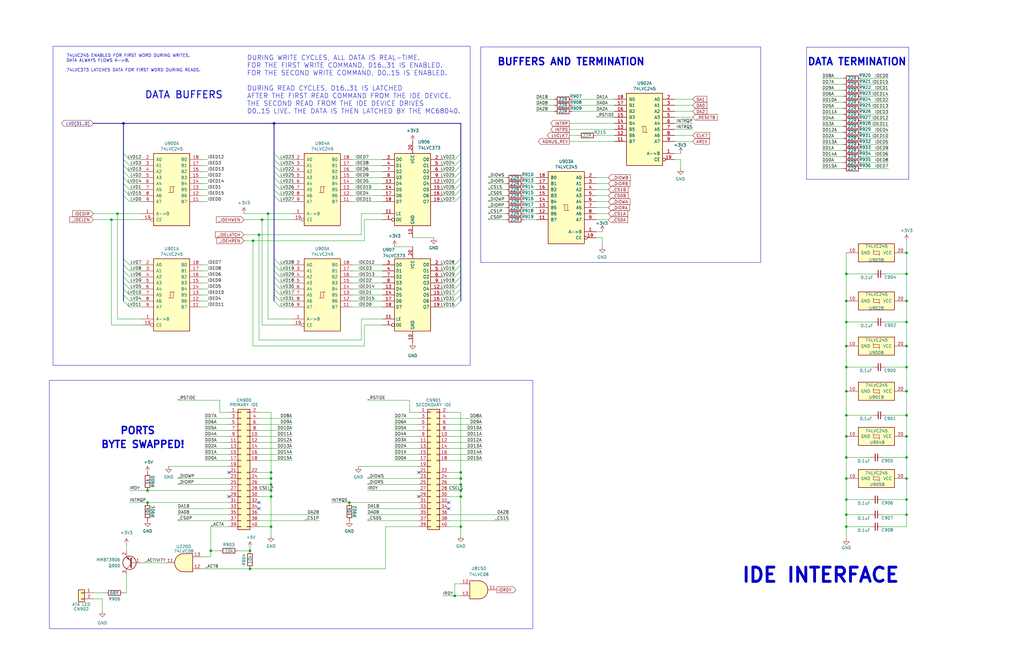
<source format=kicad_sch>
(kicad_sch (version 20231120) (generator "eeschema") (generator_version "8.0")
  (paper "B")
  (title_block (title "AMIGA PCI") (date "2025-03-31") (rev "5.1"))
  (junction (at 356.87 175.26))
  (junction (at 356.87 127))
  (junction (at 109.22 99.06))
  (junction (at 194.31 209.55))
  (junction (at 191.77 251.46))
  (junction (at 115.57 52.07))
  (junction (at 356.87 115.57))
  (junction (at 356.87 146.05))
  (junction (at 356.87 193.04))
  (junction (at 356.87 165.1))
  (junction (at 46.99 92.71))
  (junction (at 88.9 232.41))
  (junction (at 356.87 135.89))
  (junction (at 114.3 209.55))
  (junction (at 62.23 212.09))
  (junction (at 382.27 193.04))
  (junction (at 356.87 210.82))
  (junction (at 105.41 232.41))
  (junction (at 194.31 207.01))
  (junction (at 114.3 199.39))
  (junction (at 382.27 201.93))
  (junction (at 382.27 165.1))
  (junction (at 356.87 154.94))
  (junction (at 62.23 207.01))
  (junction (at 356.87 184.15))
  (junction (at 52.07 52.07))
  (junction (at 194.31 201.93))
  (junction (at 356.87 217.17))
  (junction (at 147.32 212.09))
  (junction (at 382.27 154.94))
  (junction (at 49.53 90.17))
  (junction (at 114.3 201.93))
  (junction (at 382.27 127))
  (junction (at 382.27 146.05))
  (junction (at 114.3 222.25))
  (junction (at 194.31 204.47))
  (junction (at 106.68 101.6))
  (junction (at 114.3 204.47))
  (junction (at 382.27 175.26))
  (junction (at 382.27 135.89))
  (junction (at 194.31 222.25))
  (junction (at 382.27 210.82))
  (junction (at 356.87 222.25))
  (junction (at 356.87 201.93))
  (junction (at 382.27 106.68))
  (junction (at 110.49 92.71))
  (junction (at 114.3 207.01))
  (junction (at 382.27 184.15))
  (junction (at 194.31 199.39))
  (junction (at 382.27 115.57))
  (junction (at 113.03 90.17))
  (junction (at 105.41 240.03))
  (junction (at 382.27 217.17))
  (no_connect (at 109.22 212.09))
  (no_connect (at 109.22 214.63))
  (no_connect (at 176.53 199.39))
  (no_connect (at 189.23 214.63))
  (no_connect (at 189.23 212.09))
  (no_connect (at 96.52 199.39))
  (no_connect (at 176.53 209.55))
  (no_connect (at 96.52 209.55))
  (bus_entry (at 194.31 121.92) (size -2.54 2.54))
  (bus_entry (at 194.31 114.3) (size -2.54 2.54))
  (bus_entry (at 115.57 80.01) (size 2.54 2.54))
  (bus_entry (at 194.31 119.38) (size -2.54 2.54))
  (bus_entry (at 194.31 64.77) (size -2.54 2.54))
  (bus_entry (at 52.07 127) (size 2.54 2.54))
  (bus_entry (at 115.57 124.46) (size 2.54 2.54))
  (bus_entry (at 194.31 116.84) (size -2.54 2.54))
  (bus_entry (at 115.57 82.55) (size 2.54 2.54))
  (bus_entry (at 52.07 72.39) (size 2.54 2.54))
  (bus_entry (at 52.07 114.3) (size 2.54 2.54))
  (bus_entry (at 52.07 121.92) (size 2.54 2.54))
  (bus_entry (at 52.07 119.38) (size 2.54 2.54))
  (bus_entry (at 194.31 67.31) (size -2.54 2.54))
  (bus_entry (at 115.57 127) (size 2.54 2.54))
  (bus_entry (at 115.57 116.84) (size 2.54 2.54))
  (bus_entry (at 52.07 77.47) (size 2.54 2.54))
  (bus_entry (at 194.31 74.93) (size -2.54 2.54))
  (bus_entry (at 115.57 121.92) (size 2.54 2.54))
  (bus_entry (at 52.07 111.76) (size 2.54 2.54))
  (bus_entry (at 194.31 109.22) (size -2.54 2.54))
  (bus_entry (at 52.07 64.77) (size 2.54 2.54))
  (bus_entry (at 115.57 119.38) (size 2.54 2.54))
  (bus_entry (at 194.31 72.39) (size -2.54 2.54))
  (bus_entry (at 115.57 72.39) (size 2.54 2.54))
  (bus_entry (at 115.57 64.77) (size 2.54 2.54))
  (bus_entry (at 194.31 69.85) (size -2.54 2.54))
  (bus_entry (at 115.57 77.47) (size 2.54 2.54))
  (bus_entry (at 115.57 69.85) (size 2.54 2.54))
  (bus_entry (at 115.57 74.93) (size 2.54 2.54))
  (bus_entry (at 115.57 114.3) (size 2.54 2.54))
  (bus_entry (at 194.31 77.47) (size -2.54 2.54))
  (bus_entry (at 52.07 109.22) (size 2.54 2.54))
  (bus_entry (at 194.31 127) (size -2.54 2.54))
  (bus_entry (at 194.31 124.46) (size -2.54 2.54))
  (bus_entry (at 52.07 116.84) (size 2.54 2.54))
  (bus_entry (at 52.07 67.31) (size 2.54 2.54))
  (bus_entry (at 52.07 74.93) (size 2.54 2.54))
  (bus_entry (at 52.07 80.01) (size 2.54 2.54))
  (bus_entry (at 115.57 67.31) (size 2.54 2.54))
  (bus_entry (at 194.31 82.55) (size -2.54 2.54))
  (bus_entry (at 194.31 111.76) (size -2.54 2.54))
  (bus_entry (at 52.07 82.55) (size 2.54 2.54))
  (bus_entry (at 194.31 80.01) (size -2.54 2.54))
  (bus_entry (at 52.07 124.46) (size 2.54 2.54))
  (bus_entry (at 115.57 109.22) (size 2.54 2.54))
  (bus_entry (at 115.57 111.76) (size 2.54 2.54))
  (bus_entry (at 52.07 69.85) (size 2.54 2.54))
  (wire (pts (xy 363.22 33.02) (xy 374.65 33.02)))
  (wire (pts (xy 251.46 49.53) (xy 259.08 49.53)))
  (wire (pts (xy 118.11 127) (xy 123.19 127)))
  (wire (pts (xy 54.61 74.93) (xy 59.69 74.93)))
  (wire (pts (xy 191.77 127) (xy 186.69 127)))
  (wire (pts (xy 241.3 46.99) (xy 259.08 46.99)))
  (wire (pts (xy 220.98 85.09) (xy 226.06 85.09)))
  (wire (pts (xy 86.36 189.23) (xy 96.52 189.23)))
  (wire (pts (xy 220.98 74.93) (xy 226.06 74.93)))
  (wire (pts (xy 189.23 191.77) (xy 203.2 191.77)))
  (wire (pts (xy 54.61 72.39) (xy 59.69 72.39)))
  (bus (pts (xy 52.07 52.07) (xy 39.37 52.07)))
  (wire (pts (xy 382.27 154.94) (xy 382.27 165.1)))
  (wire (pts (xy 54.61 119.38) (xy 59.69 119.38)))
  (wire (pts (xy 87.63 67.31) (xy 85.09 67.31)))
  (wire (pts (xy 191.77 69.85) (xy 186.69 69.85)))
  (wire (pts (xy 356.87 227.33) (xy 356.87 222.25)))
  (wire (pts (xy 118.11 69.85) (xy 123.19 69.85)))
  (wire (pts (xy 151.13 196.85) (xy 176.53 196.85)))
  (wire (pts (xy 87.63 72.39) (xy 85.09 72.39)))
  (bus (pts (xy 194.31 111.76) (xy 194.31 114.3)))
  (wire (pts (xy 240.03 52.07) (xy 259.08 52.07)))
  (wire (pts (xy 49.53 134.62) (xy 59.69 134.62)))
  (wire (pts (xy 382.27 115.57) (xy 373.38 115.57)))
  (wire (pts (xy 87.63 69.85) (xy 85.09 69.85)))
  (wire (pts (xy 363.22 38.1) (xy 374.65 38.1)))
  (wire (pts (xy 251.46 85.09) (xy 256.54 85.09)))
  (wire (pts (xy 86.36 176.53) (xy 96.52 176.53)))
  (wire (pts (xy 356.87 217.17) (xy 356.87 210.82)))
  (wire (pts (xy 226.06 46.99) (xy 233.68 46.99)))
  (bus (pts (xy 115.57 77.47) (xy 115.57 74.93)))
  (bus (pts (xy 194.31 114.3) (xy 194.31 116.84)))
  (wire (pts (xy 173.99 100.33) (xy 182.88 100.33)))
  (bus (pts (xy 115.57 124.46) (xy 115.57 127)))
  (wire (pts (xy 372.11 210.82) (xy 382.27 210.82)))
  (wire (pts (xy 241.3 44.45) (xy 259.08 44.45)))
  (bus (pts (xy 52.07 64.77) (xy 52.07 52.07)))
  (wire (pts (xy 87.63 116.84) (xy 85.09 116.84)))
  (bus (pts (xy 115.57 82.55) (xy 115.57 109.22)))
  (wire (pts (xy 74.93 219.71) (xy 96.52 219.71)))
  (wire (pts (xy 102.87 90.17) (xy 113.03 90.17)))
  (wire (pts (xy 356.87 201.93) (xy 356.87 210.82)))
  (wire (pts (xy 368.3 135.89) (xy 356.87 135.89)))
  (wire (pts (xy 346.71 35.56) (xy 355.6 35.56)))
  (bus (pts (xy 52.07 52.07) (xy 115.57 52.07)))
  (wire (pts (xy 118.11 74.93) (xy 123.19 74.93)))
  (bus (pts (xy 115.57 69.85) (xy 115.57 67.31)))
  (wire (pts (xy 284.48 54.61) (xy 292.1 54.61)))
  (wire (pts (xy 86.36 181.61) (xy 96.52 181.61)))
  (wire (pts (xy 363.22 40.64) (xy 374.65 40.64)))
  (wire (pts (xy 189.23 176.53) (xy 203.2 176.53)))
  (wire (pts (xy 191.77 85.09) (xy 186.69 85.09)))
  (wire (pts (xy 118.11 80.01) (xy 123.19 80.01)))
  (wire (pts (xy 205.74 77.47) (xy 213.36 77.47)))
  (wire (pts (xy 88.9 222.25) (xy 96.52 222.25)))
  (wire (pts (xy 118.11 124.46) (xy 123.19 124.46)))
  (wire (pts (xy 96.52 173.99) (xy 92.71 173.99)))
  (wire (pts (xy 191.77 246.38) (xy 191.77 251.46)))
  (wire (pts (xy 191.77 116.84) (xy 186.69 116.84)))
  (wire (pts (xy 166.37 184.15) (xy 176.53 184.15)))
  (wire (pts (xy 109.22 209.55) (xy 114.3 209.55)))
  (wire (pts (xy 382.27 146.05) (xy 382.27 154.94)))
  (wire (pts (xy 86.36 179.07) (xy 96.52 179.07)))
  (bus (pts (xy 115.57 114.3) (xy 115.57 116.84)))
  (wire (pts (xy 113.03 134.62) (xy 113.03 90.17)))
  (wire (pts (xy 148.59 119.38) (xy 161.29 119.38)))
  (bus (pts (xy 52.07 109.22) (xy 52.07 111.76)))
  (wire (pts (xy 109.22 201.93) (xy 114.3 201.93)))
  (wire (pts (xy 54.61 77.47) (xy 59.69 77.47)))
  (wire (pts (xy 39.37 252.73) (xy 43.18 252.73)))
  (wire (pts (xy 86.36 186.69) (xy 96.52 186.69)))
  (wire (pts (xy 114.3 209.55) (xy 114.3 222.25)))
  (wire (pts (xy 49.53 90.17) (xy 59.69 90.17)))
  (wire (pts (xy 109.22 184.15) (xy 123.19 184.15)))
  (wire (pts (xy 166.37 104.14) (xy 173.99 104.14)))
  (wire (pts (xy 152.4 99.06) (xy 109.22 99.06)))
  (wire (pts (xy 251.46 74.93) (xy 256.54 74.93)))
  (wire (pts (xy 54.61 114.3) (xy 59.69 114.3)))
  (wire (pts (xy 284.48 41.91) (xy 292.1 41.91)))
  (wire (pts (xy 148.59 129.54) (xy 161.29 129.54)))
  (wire (pts (xy 148.59 111.76) (xy 161.29 111.76)))
  (wire (pts (xy 71.12 196.85) (xy 96.52 196.85)))
  (wire (pts (xy 109.22 173.99) (xy 114.3 173.99)))
  (wire (pts (xy 356.87 106.68) (xy 356.87 115.57)))
  (wire (pts (xy 346.71 66.04) (xy 355.6 66.04)))
  (wire (pts (xy 118.11 67.31) (xy 123.19 67.31)))
  (bus (pts (xy 52.07 74.93) (xy 52.07 72.39)))
  (wire (pts (xy 382.27 101.6) (xy 382.27 106.68)))
  (wire (pts (xy 363.22 50.8) (xy 374.65 50.8)))
  (bus (pts (xy 52.07 69.85) (xy 52.07 67.31)))
  (wire (pts (xy 161.29 134.62) (xy 152.4 134.62)))
  (wire (pts (xy 166.37 194.31) (xy 176.53 194.31)))
  (wire (pts (xy 189.23 201.93) (xy 194.31 201.93)))
  (wire (pts (xy 161.29 137.16) (xy 153.67 137.16)))
  (wire (pts (xy 346.71 45.72) (xy 355.6 45.72)))
  (wire (pts (xy 189.23 179.07) (xy 203.2 179.07)))
  (wire (pts (xy 191.77 74.93) (xy 186.69 74.93)))
  (wire (pts (xy 74.93 204.47) (xy 96.52 204.47)))
  (wire (pts (xy 153.67 146.05) (xy 106.68 146.05)))
  (wire (pts (xy 86.36 184.15) (xy 96.52 184.15)))
  (wire (pts (xy 251.46 97.79) (xy 254 97.79)))
  (wire (pts (xy 59.69 137.16) (xy 46.99 137.16)))
  (bus (pts (xy 52.07 82.55) (xy 52.07 80.01)))
  (bus (pts (xy 194.31 119.38) (xy 194.31 121.92)))
  (wire (pts (xy 382.27 193.04) (xy 382.27 201.93)))
  (wire (pts (xy 106.68 101.6) (xy 153.67 101.6)))
  (wire (pts (xy 54.61 121.92) (xy 59.69 121.92)))
  (bus (pts (xy 115.57 67.31) (xy 115.57 64.77)))
  (wire (pts (xy 109.22 194.31) (xy 123.19 194.31)))
  (wire (pts (xy 85.09 240.03) (xy 105.41 240.03)))
  (bus (pts (xy 115.57 119.38) (xy 115.57 121.92)))
  (wire (pts (xy 109.22 99.06) (xy 102.87 99.06)))
  (bus (pts (xy 194.31 121.92) (xy 194.31 124.46)))
  (bus (pts (xy 194.31 82.55) (xy 194.31 109.22)))
  (wire (pts (xy 189.23 189.23) (xy 203.2 189.23)))
  (wire (pts (xy 118.11 114.3) (xy 123.19 114.3)))
  (wire (pts (xy 226.06 41.91) (xy 233.68 41.91)))
  (wire (pts (xy 100.33 232.41) (xy 105.41 232.41)))
  (wire (pts (xy 105.41 240.03) (xy 162.56 240.03)))
  (wire (pts (xy 191.77 111.76) (xy 186.69 111.76)))
  (wire (pts (xy 148.59 77.47) (xy 161.29 77.47)))
  (wire (pts (xy 205.74 82.55) (xy 213.36 82.55)))
  (wire (pts (xy 346.71 33.02) (xy 355.6 33.02)))
  (wire (pts (xy 166.37 186.69) (xy 176.53 186.69)))
  (wire (pts (xy 191.77 82.55) (xy 186.69 82.55)))
  (wire (pts (xy 240.03 57.15) (xy 243.84 57.15)))
  (wire (pts (xy 166.37 189.23) (xy 176.53 189.23)))
  (wire (pts (xy 153.67 137.16) (xy 153.67 146.05)))
  (wire (pts (xy 194.31 207.01) (xy 194.31 209.55)))
  (wire (pts (xy 109.22 181.61) (xy 123.19 181.61)))
  (wire (pts (xy 372.11 217.17) (xy 382.27 217.17)))
  (wire (pts (xy 356.87 146.05) (xy 356.87 154.94)))
  (wire (pts (xy 148.59 85.09) (xy 161.29 85.09)))
  (wire (pts (xy 162.56 222.25) (xy 176.53 222.25)))
  (wire (pts (xy 166.37 181.61) (xy 176.53 181.61)))
  (wire (pts (xy 152.4 134.62) (xy 152.4 143.51)))
  (wire (pts (xy 118.11 119.38) (xy 123.19 119.38)))
  (wire (pts (xy 54.61 111.76) (xy 59.69 111.76)))
  (wire (pts (xy 60.96 237.49) (xy 69.85 237.49)))
  (wire (pts (xy 118.11 72.39) (xy 123.19 72.39)))
  (wire (pts (xy 87.63 111.76) (xy 85.09 111.76)))
  (wire (pts (xy 87.63 129.54) (xy 85.09 129.54)))
  (wire (pts (xy 191.77 124.46) (xy 186.69 124.46)))
  (wire (pts (xy 194.31 222.25) (xy 194.31 226.06)))
  (wire (pts (xy 43.18 252.73) (xy 43.18 257.81)))
  (wire (pts (xy 382.27 201.93) (xy 382.27 210.82)))
  (wire (pts (xy 205.74 85.09) (xy 213.36 85.09)))
  (wire (pts (xy 284.48 46.99) (xy 292.1 46.99)))
  (wire (pts (xy 54.61 207.01) (xy 62.23 207.01)))
  (wire (pts (xy 148.59 124.46) (xy 161.29 124.46)))
  (wire (pts (xy 363.22 71.12) (xy 374.65 71.12)))
  (bus (pts (xy 194.31 80.01) (xy 194.31 77.47)))
  (wire (pts (xy 284.48 44.45) (xy 292.1 44.45)))
  (wire (pts (xy 240.03 59.69) (xy 259.08 59.69)))
  (bus (pts (xy 52.07 114.3) (xy 52.07 116.84)))
  (wire (pts (xy 105.41 231.14) (xy 105.41 232.41)))
  (wire (pts (xy 54.61 116.84) (xy 59.69 116.84)))
  (wire (pts (xy 88.9 234.95) (xy 88.9 232.41)))
  (bus (pts (xy 52.07 124.46) (xy 52.07 127)))
  (wire (pts (xy 251.46 87.63) (xy 256.54 87.63)))
  (wire (pts (xy 74.93 214.63) (xy 96.52 214.63)))
  (bus (pts (xy 52.07 116.84) (xy 52.07 119.38)))
  (bus (pts (xy 194.31 109.22) (xy 194.31 111.76)))
  (wire (pts (xy 284.48 52.07) (xy 292.1 52.07)))
  (wire (pts (xy 382.27 184.15) (xy 382.27 193.04)))
  (wire (pts (xy 363.22 43.18) (xy 374.65 43.18)))
  (wire (pts (xy 153.67 101.6) (xy 153.67 92.71)))
  (wire (pts (xy 53.34 229.87) (xy 53.34 232.41)))
  (wire (pts (xy 382.27 106.68) (xy 382.27 115.57)))
  (wire (pts (xy 284.48 64.77) (xy 287.02 64.77)))
  (wire (pts (xy 346.71 53.34) (xy 355.6 53.34)))
  (wire (pts (xy 356.87 127) (xy 356.87 135.89)))
  (wire (pts (xy 54.61 127) (xy 59.69 127)))
  (wire (pts (xy 154.94 201.93) (xy 176.53 201.93)))
  (wire (pts (xy 74.93 201.93) (xy 96.52 201.93)))
  (wire (pts (xy 166.37 179.07) (xy 176.53 179.07)))
  (wire (pts (xy 194.31 246.38) (xy 191.77 246.38)))
  (wire (pts (xy 373.38 175.26) (xy 382.27 175.26)))
  (wire (pts (xy 346.71 40.64) (xy 355.6 40.64)))
  (wire (pts (xy 346.71 58.42) (xy 355.6 58.42)))
  (wire (pts (xy 191.77 114.3) (xy 186.69 114.3)))
  (wire (pts (xy 356.87 115.57) (xy 356.87 127)))
  (bus (pts (xy 115.57 80.01) (xy 115.57 77.47)))
  (wire (pts (xy 154.94 168.91) (xy 172.72 168.91)))
  (wire (pts (xy 152.4 143.51) (xy 109.22 143.51)))
  (bus (pts (xy 194.31 116.84) (xy 194.31 119.38)))
  (wire (pts (xy 367.03 210.82) (xy 356.87 210.82)))
  (wire (pts (xy 191.77 72.39) (xy 186.69 72.39)))
  (wire (pts (xy 205.74 90.17) (xy 213.36 90.17)))
  (bus (pts (xy 115.57 111.76) (xy 115.57 114.3)))
  (wire (pts (xy 189.23 184.15) (xy 203.2 184.15)))
  (wire (pts (xy 109.22 207.01) (xy 114.3 207.01)))
  (wire (pts (xy 346.71 60.96) (xy 355.6 60.96)))
  (wire (pts (xy 241.3 41.91) (xy 259.08 41.91)))
  (wire (pts (xy 363.22 53.34) (xy 374.65 53.34)))
  (wire (pts (xy 54.61 85.09) (xy 59.69 85.09)))
  (wire (pts (xy 52.07 250.19) (xy 53.34 250.19)))
  (wire (pts (xy 148.59 127) (xy 161.29 127)))
  (bus (pts (xy 194.31 82.55) (xy 194.31 80.01)))
  (wire (pts (xy 189.23 207.01) (xy 194.31 207.01)))
  (wire (pts (xy 62.23 212.09) (xy 96.52 212.09)))
  (bus (pts (xy 115.57 52.07) (xy 194.31 52.07)))
  (wire (pts (xy 87.63 82.55) (xy 85.09 82.55)))
  (wire (pts (xy 356.87 154.94) (xy 356.87 165.1)))
  (wire (pts (xy 189.23 186.69) (xy 203.2 186.69)))
  (wire (pts (xy 154.94 219.71) (xy 176.53 219.71)))
  (wire (pts (xy 114.3 201.93) (xy 114.3 204.47)))
  (wire (pts (xy 109.22 186.69) (xy 123.19 186.69)))
  (wire (pts (xy 87.63 80.01) (xy 85.09 80.01)))
  (wire (pts (xy 189.23 199.39) (xy 194.31 199.39)))
  (wire (pts (xy 205.74 92.71) (xy 213.36 92.71)))
  (wire (pts (xy 114.3 204.47) (xy 114.3 207.01)))
  (wire (pts (xy 152.4 90.17) (xy 152.4 99.06)))
  (wire (pts (xy 54.61 67.31) (xy 59.69 67.31)))
  (bus (pts (xy 115.57 64.77) (xy 115.57 52.07)))
  (wire (pts (xy 110.49 137.16) (xy 110.49 92.71)))
  (wire (pts (xy 382.27 115.57) (xy 382.27 127)))
  (wire (pts (xy 363.22 55.88) (xy 374.65 55.88)))
  (bus (pts (xy 194.31 72.39) (xy 194.31 69.85)))
  (wire (pts (xy 87.63 127) (xy 85.09 127)))
  (wire (pts (xy 154.94 214.63) (xy 176.53 214.63)))
  (bus (pts (xy 194.31 74.93) (xy 194.31 72.39)))
  (wire (pts (xy 191.77 67.31) (xy 186.69 67.31)))
  (wire (pts (xy 346.71 55.88) (xy 355.6 55.88)))
  (wire (pts (xy 54.61 124.46) (xy 59.69 124.46)))
  (wire (pts (xy 382.27 127) (xy 382.27 135.89)))
  (wire (pts (xy 92.71 173.99) (xy 92.71 168.91)))
  (wire (pts (xy 346.71 63.5) (xy 355.6 63.5)))
  (wire (pts (xy 284.48 57.15) (xy 292.1 57.15)))
  (wire (pts (xy 346.71 71.12) (xy 355.6 71.12)))
  (wire (pts (xy 189.23 209.55) (xy 194.31 209.55)))
  (wire (pts (xy 114.3 207.01) (xy 114.3 209.55)))
  (wire (pts (xy 118.11 121.92) (xy 123.19 121.92)))
  (wire (pts (xy 53.34 250.19) (xy 53.34 242.57)))
  (wire (pts (xy 284.48 59.69) (xy 292.1 59.69)))
  (wire (pts (xy 39.37 92.71) (xy 46.99 92.71)))
  (wire (pts (xy 346.71 38.1) (xy 355.6 38.1)))
  (wire (pts (xy 46.99 137.16) (xy 46.99 92.71)))
  (bus (pts (xy 194.31 77.47) (xy 194.31 74.93)))
  (bus (pts (xy 194.31 67.31) (xy 194.31 64.77)))
  (wire (pts (xy 363.22 68.58) (xy 374.65 68.58)))
  (wire (pts (xy 346.71 68.58) (xy 355.6 68.58)))
  (wire (pts (xy 194.31 199.39) (xy 194.31 201.93)))
  (wire (pts (xy 382.27 217.17) (xy 382.27 222.25)))
  (wire (pts (xy 139.7 212.09) (xy 147.32 212.09)))
  (bus (pts (xy 52.07 72.39) (xy 52.07 69.85)))
  (wire (pts (xy 363.22 35.56) (xy 374.65 35.56)))
  (wire (pts (xy 148.59 67.31) (xy 161.29 67.31)))
  (bus (pts (xy 52.07 111.76) (xy 52.07 114.3)))
  (bus (pts (xy 52.07 82.55) (xy 52.07 109.22)))
  (wire (pts (xy 114.3 173.99) (xy 114.3 199.39)))
  (wire (pts (xy 85.09 234.95) (xy 88.9 234.95)))
  (wire (pts (xy 109.22 222.25) (xy 114.3 222.25)))
  (wire (pts (xy 382.27 175.26) (xy 382.27 184.15)))
  (wire (pts (xy 109.22 176.53) (xy 123.19 176.53)))
  (wire (pts (xy 62.23 207.01) (xy 96.52 207.01)))
  (wire (pts (xy 87.63 85.09) (xy 85.09 85.09)))
  (wire (pts (xy 113.03 90.17) (xy 123.19 90.17)))
  (wire (pts (xy 191.77 77.47) (xy 186.69 77.47)))
  (wire (pts (xy 226.06 44.45) (xy 233.68 44.45)))
  (wire (pts (xy 363.22 66.04) (xy 374.65 66.04)))
  (wire (pts (xy 109.22 204.47) (xy 114.3 204.47)))
  (wire (pts (xy 87.63 124.46) (xy 85.09 124.46)))
  (wire (pts (xy 220.98 77.47) (xy 226.06 77.47)))
  (wire (pts (xy 363.22 60.96) (xy 374.65 60.96)))
  (bus (pts (xy 52.07 77.47) (xy 52.07 74.93)))
  (wire (pts (xy 114.3 222.25) (xy 114.3 226.06)))
  (wire (pts (xy 118.11 111.76) (xy 123.19 111.76)))
  (wire (pts (xy 382.27 135.89) (xy 373.38 135.89)))
  (wire (pts (xy 118.11 77.47) (xy 123.19 77.47)))
  (wire (pts (xy 54.61 69.85) (xy 59.69 69.85)))
  (wire (pts (xy 220.98 92.71) (xy 226.06 92.71)))
  (wire (pts (xy 373.38 154.94) (xy 382.27 154.94)))
  (wire (pts (xy 148.59 80.01) (xy 161.29 80.01)))
  (wire (pts (xy 220.98 87.63) (xy 226.06 87.63)))
  (wire (pts (xy 109.22 179.07) (xy 123.19 179.07)))
  (wire (pts (xy 368.3 154.94) (xy 356.87 154.94)))
  (bus (pts (xy 194.31 124.46) (xy 194.31 127)))
  (wire (pts (xy 118.11 129.54) (xy 123.19 129.54)))
  (wire (pts (xy 367.03 222.25) (xy 356.87 222.25)))
  (wire (pts (xy 220.98 82.55) (xy 226.06 82.55)))
  (wire (pts (xy 191.77 251.46) (xy 194.31 251.46)))
  (wire (pts (xy 191.77 80.01) (xy 186.69 80.01)))
  (wire (pts (xy 87.63 114.3) (xy 85.09 114.3)))
  (bus (pts (xy 52.07 67.31) (xy 52.07 64.77)))
  (wire (pts (xy 220.98 80.01) (xy 226.06 80.01)))
  (wire (pts (xy 205.74 87.63) (xy 213.36 87.63)))
  (wire (pts (xy 220.98 90.17) (xy 226.06 90.17)))
  (wire (pts (xy 205.74 80.01) (xy 213.36 80.01)))
  (wire (pts (xy 287.02 67.31) (xy 284.48 67.31)))
  (bus (pts (xy 115.57 121.92) (xy 115.57 124.46)))
  (bus (pts (xy 115.57 82.55) (xy 115.57 80.01)))
  (wire (pts (xy 46.99 92.71) (xy 59.69 92.71)))
  (wire (pts (xy 87.63 119.38) (xy 85.09 119.38)))
  (wire (pts (xy 109.22 143.51) (xy 109.22 99.06)))
  (wire (pts (xy 189.23 204.47) (xy 194.31 204.47)))
  (wire (pts (xy 154.94 217.17) (xy 176.53 217.17)))
  (wire (pts (xy 162.56 240.03) (xy 162.56 222.25)))
  (wire (pts (xy 110.49 92.71) (xy 123.19 92.71)))
  (wire (pts (xy 189.23 173.99) (xy 194.31 173.99)))
  (bus (pts (xy 52.07 80.01) (xy 52.07 77.47)))
  (wire (pts (xy 382.27 135.89) (xy 382.27 146.05)))
  (wire (pts (xy 251.46 90.17) (xy 256.54 90.17)))
  (wire (pts (xy 189.23 181.61) (xy 203.2 181.61)))
  (bus (pts (xy 52.07 119.38) (xy 52.07 121.92)))
  (wire (pts (xy 191.77 119.38) (xy 186.69 119.38)))
  (wire (pts (xy 363.22 45.72) (xy 374.65 45.72)))
  (wire (pts (xy 147.32 212.09) (xy 176.53 212.09)))
  (wire (pts (xy 356.87 222.25) (xy 356.87 217.17)))
  (wire (pts (xy 194.31 204.47) (xy 194.31 207.01)))
  (wire (pts (xy 123.19 137.16) (xy 110.49 137.16)))
  (bus (pts (xy 115.57 72.39) (xy 115.57 69.85)))
  (wire (pts (xy 87.63 77.47) (xy 85.09 77.47)))
  (wire (pts (xy 363.22 58.42) (xy 374.65 58.42)))
  (wire (pts (xy 356.87 175.26) (xy 356.87 184.15)))
  (wire (pts (xy 382.27 210.82) (xy 382.27 217.17)))
  (wire (pts (xy 109.22 217.17) (xy 134.62 217.17)))
  (wire (pts (xy 240.03 54.61) (xy 259.08 54.61)))
  (wire (pts (xy 166.37 176.53) (xy 176.53 176.53)))
  (wire (pts (xy 194.31 173.99) (xy 194.31 199.39)))
  (wire (pts (xy 356.87 135.89) (xy 356.87 146.05)))
  (wire (pts (xy 251.46 77.47) (xy 256.54 77.47)))
  (wire (pts (xy 356.87 184.15) (xy 356.87 193.04)))
  (wire (pts (xy 189.23 222.25) (xy 194.31 222.25)))
  (wire (pts (xy 113.03 134.62) (xy 123.19 134.62)))
  (wire (pts (xy 189.23 217.17) (xy 214.63 217.17)))
  (wire (pts (xy 109.22 191.77) (xy 123.19 191.77)))
  (wire (pts (xy 172.72 173.99) (xy 172.72 168.91)))
  (wire (pts (xy 106.68 146.05) (xy 106.68 101.6)))
  (wire (pts (xy 367.03 217.17) (xy 356.87 217.17)))
  (wire (pts (xy 86.36 191.77) (xy 96.52 191.77)))
  (wire (pts (xy 109.22 199.39) (xy 114.3 199.39)))
  (wire (pts (xy 194.31 209.55) (xy 194.31 222.25)))
  (wire (pts (xy 166.37 191.77) (xy 176.53 191.77)))
  (wire (pts (xy 86.36 194.31) (xy 96.52 194.31)))
  (wire (pts (xy 194.31 201.93) (xy 194.31 204.47)))
  (wire (pts (xy 87.63 121.92) (xy 85.09 121.92)))
  (wire (pts (xy 39.37 250.19) (xy 44.45 250.19)))
  (wire (pts (xy 372.11 193.04) (xy 382.27 193.04)))
  (wire (pts (xy 251.46 92.71) (xy 256.54 92.71)))
  (wire (pts (xy 363.22 48.26) (xy 374.65 48.26)))
  (wire (pts (xy 186.69 251.46) (xy 191.77 251.46)))
  (wire (pts (xy 118.11 116.84) (xy 123.19 116.84)))
  (wire (pts (xy 109.22 189.23) (xy 123.19 189.23)))
  (wire (pts (xy 205.74 74.93) (xy 213.36 74.93)))
  (wire (pts (xy 356.87 165.1) (xy 356.87 175.26)))
  (wire (pts (xy 346.71 50.8) (xy 355.6 50.8)))
  (wire (pts (xy 382.27 165.1) (xy 382.27 175.26)))
  (wire (pts (xy 189.23 194.31) (xy 203.2 194.31)))
  (wire (pts (xy 118.11 85.09) (xy 123.19 85.09)))
  (wire (pts (xy 189.23 219.71) (xy 214.63 219.71)))
  (wire (pts (xy 148.59 82.55) (xy 161.29 82.55)))
  (wire (pts (xy 88.9 232.41) (xy 88.9 222.25)))
  (wire (pts (xy 148.59 72.39) (xy 161.29 72.39)))
  (bus (pts (xy 115.57 109.22) (xy 115.57 111.76)))
  (wire (pts (xy 154.94 204.47) (xy 176.53 204.47)))
  (wire (pts (xy 54.61 129.54) (xy 59.69 129.54)))
  (wire (pts (xy 148.59 114.3) (xy 161.29 114.3)))
  (wire (pts (xy 102.87 92.71) (xy 110.49 92.71)))
  (wire (pts (xy 363.22 63.5) (xy 374.65 63.5)))
  (wire (pts (xy 372.11 222.25) (xy 382.27 222.25)))
  (wire (pts (xy 88.9 232.41) (xy 92.71 232.41)))
  (wire (pts (xy 367.03 193.04) (xy 356.87 193.04)))
  (wire (pts (xy 153.67 92.71) (xy 161.29 92.71)))
  (wire (pts (xy 54.61 212.09) (xy 62.23 212.09)))
  (bus (pts (xy 52.07 121.92) (xy 52.07 124.46)))
  (bus (pts (xy 115.57 74.93) (xy 115.57 72.39)))
  (wire (pts (xy 287.02 67.31) (xy 287.02 71.12)))
  (wire (pts (xy 154.94 207.01) (xy 176.53 207.01)))
  (wire (pts (xy 368.3 175.26) (xy 356.87 175.26)))
  (wire (pts (xy 161.29 90.17) (xy 152.4 90.17)))
  (wire (pts (xy 148.59 74.93) (xy 161.29 74.93)))
  (wire (pts (xy 346.71 48.26) (xy 355.6 48.26)))
  (wire (pts (xy 148.59 121.92) (xy 161.29 121.92)))
  (wire (pts (xy 109.22 219.71) (xy 134.62 219.71)))
  (wire (pts (xy 254 100.33) (xy 251.46 100.33)))
  (wire (pts (xy 346.71 43.18) (xy 355.6 43.18)))
  (wire (pts (xy 356.87 193.04) (xy 356.87 201.93)))
  (bus (pts (xy 194.31 69.85) (xy 194.31 67.31)))
  (wire (pts (xy 284.48 49.53) (xy 292.1 49.53)))
  (wire (pts (xy 148.59 69.85) (xy 161.29 69.85)))
  (wire (pts (xy 39.37 90.17) (xy 49.53 90.17)))
  (wire (pts (xy 54.61 82.55) (xy 59.69 82.55)))
  (wire (pts (xy 191.77 121.92) (xy 186.69 121.92)))
  (wire (pts (xy 118.11 82.55) (xy 123.19 82.55)))
  (bus (pts (xy 115.57 116.84) (xy 115.57 119.38)))
  (wire (pts (xy 114.3 199.39) (xy 114.3 201.93)))
  (wire (pts (xy 74.93 168.91) (xy 92.71 168.91)))
  (wire (pts (xy 251.46 82.55) (xy 256.54 82.55)))
  (wire (pts (xy 254 100.33) (xy 254 104.14)))
  (wire (pts (xy 176.53 173.99) (xy 172.72 173.99)))
  (wire (pts (xy 54.61 80.01) (xy 59.69 80.01)))
  (wire (pts (xy 74.93 217.17) (xy 96.52 217.17)))
  (wire (pts (xy 49.53 134.62) (xy 49.53 90.17)))
  (wire (pts (xy 251.46 80.01) (xy 256.54 80.01)))
  (wire (pts (xy 191.77 129.54) (xy 186.69 129.54)))
  (wire (pts (xy 102.87 101.6) (xy 106.68 101.6)))
  (wire (pts (xy 251.46 57.15) (xy 259.08 57.15)))
  (wire (pts (xy 148.59 116.84) (xy 161.29 116.84)))
  (bus (pts (xy 194.31 64.77) (xy 194.31 52.07)))
  (wire (pts (xy 368.3 115.57) (xy 356.87 115.57)))
  (wire (pts (xy 87.63 74.93) (xy 85.09 74.93)))
  (rectangle (start 340.1 19.939) (end 383.2 75.7))
  (rectangle (start 202.692 19.812) (end 320.802 110.744))
  (rectangle (start 20.817 160.5) (end 224.7 265.296))
  (rectangle (start 22.352 19.558) (end 198.247 154.178))
  (text "PORTS" (at 50.546 183.642 0) (effects (font (size 3 3) (bold yes)) (justify left bottom)))
  (text "BUFFERS AND TERMINATION" (at 209.55 27.94 0) (effects (font (size 3 3) (bold yes)) (justify left bottom)))
  (text "DATA TERMINATION" (at 340.36 27.94 0) (effects (font (size 3 3) (thickness 0.6) (bold yes)) (justify left bottom)))
  (text "DATA BUFFERS" (at 60.96 41.91 0) (effects (font (size 3 3) (thickness 0.4) (bold yes)) (justify left bottom)))
  (text "74LVC245 ENABLED FOR FIRST WORD DURING WRITES.\nDATA ALWAYS FLOWS A->B.\n\n74LVC373 LATCHES DATA FOR FIRST WORD DURING READS." (at 27.94 30.48 0) (effects (font (size 1.27 1.27)) (justify left bottom)))
  (text "IDE INTERFACE" (at 312.42 246.38 0) (effects (font (size 6 6) (thickness 1.2) (bold yes)) (justify left bottom)))
  (text "BYTE SWAPPED!" (at 42.418 189.484 0) (effects (font (size 3 3) (thickness 0.6) (bold yes)) (justify left bottom)))
  (text "DURING WRITE CYCLES, ALL DATA IS REAL-TIME. \nFOR THE FIRST WRITE COMMAND, D16..31 IS ENABLED.\nFOR THE SECOND WRITE COMMAND, D0..15 IS ENABLED.\n\nDURING READ CYCLES, D16..31 IS LATCHED \nAFTER THE FIRST READ COMMAND FROM THE IDE DEVICE.\nTHE SECOND READ FROM THE IDE DEVICE DRIVES\nD0..15 LIVE. THE DATA IS THEN LATCHED BY THE MC68040." (at 104.14 48.26 0) (effects (font (size 2 2)) (justify left bottom)))
  (label "DD8A" (at 346.71 33.02 0))
  (label "DD12A" (at 203.2 186.69 180))
  (label "IRDY" (at 186.69 251.46 0))
  (label "_CS0S" (at 154.94 219.71 0))
  (label "LVD17" (at 118.11 124.46 0))
  (label "LVD20" (at 191.77 82.55 180))
  (label "IDED8" (at 87.63 114.3 0))
  (label "DD5A" (at 86.36 181.61 0))
  (label "IDED10" (at 149.86 80.01 0))
  (label "DD0A" (at 86.36 194.31 0))
  (label "LVD14" (at 59.69 77.47 180))
  (label "DD1A" (at 166.37 191.77 0))
  (label "LVD13" (at 59.69 72.39 180))
  (label "IDED9" (at 149.86 74.93 0))
  (label "DD13A" (at 203.2 189.23 180))
  (label "DD6A" (at 166.37 179.07 0))
  (label "LVD11" (at 59.69 129.54 180))
  (label "IDED1" (at 151.13 124.46 0))
  (label "DA1B" (at 74.93 214.63 0))
  (label "DD3A" (at 86.36 186.69 0))
  (label "DD3A" (at 166.37 186.69 0))
  (label "IDED4" (at 149.86 82.55 0))
  (label "LVD19" (at 191.77 114.3 180))
  (label "INTRQS" (at 292.1 54.61 180))
  (label "DD6A" (at 346.71 40.64 0))
  (label "DD1A" (at 86.36 191.77 0))
  (label "LVD26" (at 191.77 80.01 180))
  (label "IDED13" (at 374.65 45.72 180))
  (label "LVD28" (at 118.11 111.76 0))
  (label "_DIOWP" (at 205.74 85.09 0))
  (label "DD2A" (at 166.37 189.23 0))
  (label "IDED13" (at 87.63 72.39 0))
  (label "LVD7" (at 59.69 111.76 180))
  (label "IDED0" (at 151.13 129.54 0))
  (label "_DIORS" (at 205.74 77.47 0))
  (label "DD15A" (at 203.2 194.31 180))
  (label "DD6A" (at 86.36 179.07 0))
  (label "IDED14" (at 151.13 121.92 0))
  (label "_DIORP" (at 205.74 87.63 0))
  (label "LVD21" (at 118.11 77.47 0))
  (label "IDED12" (at 374.65 50.8 180))
  (label "IDED4" (at 374.65 55.88 180))
  (label "DD9A" (at 203.2 179.07 180))
  (label "DD0A" (at 346.71 68.58 0))
  (label "_ACTB" (at 86.36 240.03 0))
  (label "IDED8" (at 374.65 68.58 180))
  (label "LVD26" (at 118.11 80.01 0))
  (label "LVD16" (at 118.11 129.54 0))
  (label "LVD2" (at 59.69 74.93 180))
  (label "DA2A" (at 251.46 46.99 0))
  (label "_RSTIDE" (at 251.46 49.53 0))
  (label "LVD20" (at 118.11 82.55 0))
  (label "LVD24" (at 191.77 69.85 180))
  (label "DD4A" (at 346.71 50.8 0))
  (label "LVD8" (at 59.69 114.3 180))
  (label "IDED6" (at 87.63 116.84 0))
  (label "IDED14" (at 87.63 77.47 0))
  (label "DD9A" (at 123.19 179.07 180))
  (label "LVD22" (at 191.77 72.39 180))
  (label "LVD3" (at 59.69 69.85 180))
  (label "LVD0" (at 59.69 85.09 180))
  (label "DD7A" (at 346.71 35.56 0))
  (label "LVD29" (at 191.77 116.84 180))
  (label "LVD23" (at 191.77 67.31 180))
  (label "IDED10" (at 87.63 124.46 0))
  (label "LVD9" (at 59.69 119.38 180))
  (label "DD5A" (at 166.37 181.61 0))
  (label "IDED6" (at 149.86 72.39 0))
  (label "DA1B" (at 154.94 214.63 0))
  (label "DD11A" (at 123.19 184.15 180))
  (label "LVD23" (at 118.11 67.31 0))
  (label "_DIOWS" (at 154.94 201.93 0))
  (label "IDED7" (at 374.65 71.12 180))
  (label "IDED3" (at 151.13 114.3 0))
  (label "LVD22" (at 118.11 72.39 0))
  (label "IRDY" (at 54.61 207.01 0))
  (label "_CS1P" (at 134.62 219.71 180))
  (label "_DIOWS" (at 205.74 74.93 0))
  (label "IDED8" (at 149.86 69.85 0))
  (label "_CS1P" (at 205.74 90.17 0))
  (label "INTRQP" (at 54.61 212.09 0))
  (label "IDED15" (at 374.65 35.56 180))
  (label "IDED15" (at 87.63 82.55 0))
  (label "IDED1" (at 374.65 38.1 180))
  (label "IDED6" (at 374.65 66.04 180))
  (label "LVD31" (at 191.77 127 180))
  (label "_CS0P" (at 74.93 219.71 0))
  (label "DD10A" (at 123.19 181.61 180))
  (label "IDED0" (at 374.65 33.02 180))
  (label "IDED3" (at 87.63 69.85 0))
  (label "CSELP" (at 109.22 207.01 0))
  (label "LVD6" (at 59.69 116.84 180))
  (label "IDED5" (at 374.65 60.96 180))
  (label "DD0A" (at 166.37 194.31 0))
  (label "DD15A" (at 123.19 194.31 180))
  (label "LVD30" (at 118.11 121.92 0))
  (label "IDED11" (at 149.86 85.09 0))
  (label "LVD24" (at 118.11 69.85 0))
  (label "LVD25" (at 191.77 74.93 180))
  (label "DD10A" (at 346.71 43.18 0))
  (label "_ACTA" (at 88.9 222.25 0))
  (label "LVD30" (at 191.77 121.92 180))
  (label "DD8A" (at 203.2 176.53 180))
  (label "IDED15" (at 151.13 127 0))
  (label "IDED11" (at 87.63 129.54 0))
  (label "LVD27" (at 191.77 85.09 180))
  (label "LVD17" (at 191.77 124.46 180))
  (label "LVD10" (at 59.69 124.46 180))
  (label "IDED0" (at 87.63 85.09 0))
  (label "DA0A" (at 251.46 44.45 0))
  (label "IDED13" (at 151.13 116.84 0))
  (label "DA2B" (at 214.63 217.17 180))
  (label "LVD15" (at 59.69 82.55 180))
  (label "LVD21" (at 191.77 77.47 180))
  (label "_ACTIVITY" (at 69.85 237.49 180))
  (label "DD8A" (at 123.19 176.53 180))
  (label "LVD27" (at 118.11 85.09 0))
  (label "IDED7" (at 149.86 67.31 0))
  (label "IDED10" (at 374.65 58.42 180))
  (label "IDED1" (at 87.63 80.01 0))
  (label "LVD19" (at 118.11 114.3 0))
  (label "DD15A" (at 346.71 71.12 0))
  (label "DD2A" (at 346.71 58.42 0))
  (label "_CS0S" (at 205.74 82.55 0))
  (label "IDED14" (at 374.65 40.64 180))
  (label "IDED12" (at 87.63 67.31 0))
  (label "_CS1S" (at 214.63 219.71 180))
  (label "_RSTIDE" (at 74.93 168.91 0))
  (label "DA2B" (at 226.06 46.99 0))
  (label "_DIORS" (at 154.94 204.47 0))
  (label "DD14A" (at 123.19 191.77 180))
  (label "LVD28" (at 191.77 111.76 180))
  (label "DD7A" (at 86.36 176.53 0))
  (label "DD9A" (at 346.71 38.1 0))
  (label "LVD12" (at 59.69 67.31 180))
  (label "IDED3" (at 374.65 48.26 180))
  (label "LVD25" (at 118.11 74.93 0))
  (label "DD4A" (at 86.36 184.15 0))
  (label "DD11A" (at 346.71 48.26 0))
  (label "INTRQP" (at 292.1 52.07 180))
  (label "CSELS" (at 189.23 207.01 0))
  (label "IDED9" (at 374.65 63.5 180))
  (label "DD11A" (at 203.2 184.15 180))
  (label "DD4A" (at 166.37 184.15 0))
  (label "LVD16" (at 191.77 129.54 180))
  (label "LVD18" (at 191.77 119.38 180))
  (label "_DIORP" (at 74.93 204.47 0))
  (label "IRDY" (at 154.94 207.01 0))
  (label "IDED11" (at 374.65 53.34 180))
  (label "DA0B" (at 154.94 217.17 0))
  (label "DD7A" (at 166.37 176.53 0))
  (label "DD13A" (at 123.19 189.23 180))
  (label "DD3A" (at 346.71 53.34 0))
  (label "IDED12" (at 151.13 111.76 0))
  (label "_CS1S" (at 205.74 80.01 0))
  (label "DA2B" (at 134.62 217.17 180))
  (label "DD2A" (at 86.36 189.23 0))
  (label "IDED2" (at 374.65 43.18 180))
  (label "IDED7" (at 87.63 111.76 0))
  (label "DA1B" (at 226.06 41.91 0))
  (label "DA0B" (at 74.93 217.17 0))
  (label "_RSTIDE" (at 154.94 168.91 0))
  (label "_CS0P" (at 205.74 92.71 0))
  (label "LVD18" (at 118.11 119.38 0))
  (label "LVD31" (at 118.11 127 0))
  (label "_DIOWP" (at 74.93 201.93 0))
  (label "DD1A" (at 346.71 63.5 0))
  (label "DD12A" (at 123.19 186.69 180))
  (label "IDED5" (at 149.86 77.47 0))
  (label "LVD4" (at 59.69 127 180))
  (label "DD13A" (at 346.71 60.96 0))
  (label "INTRQS" (at 139.7 212.09 0))
  (label "DA0B" (at 226.06 44.45 0))
  (label "IDED5" (at 87.63 121.92 0))
  (label "DD14A" (at 346.71 66.04 0))
  (label "LVD1" (at 59.69 80.01 180))
  (label "IDED9" (at 87.63 119.38 0))
  (label "LVD5" (at 59.69 121.92 180))
  (label "DD10A" (at 203.2 181.61 180))
  (label "DD14A" (at 203.2 191.77 180))
  (label "IDED2" (at 87.63 74.93 0))
  (label "LVD29" (at 118.11 116.84 0))
  (label "DD5A" (at 346.71 45.72 0))
  (label "DA1A" (at 251.46 41.91 0))
  (label "IDED2" (at 151.13 119.38 0))
  (label "DD12A" (at 346.71 55.88 0))
  (label "IDED4" (at 87.63 127 0))
  (global_label "_CS1B" (shape input) (at 256.54 80.01 0) (property "Intersheetrefs" "${INTERSHEET_REFS}" (at 265.3724 80.01 0) (effects (justify left))))
  (global_label "LVCLK7" (shape output) (at 240.03 57.15 180) (property "Intersheetrefs" "${INTERSHEET_REFS}" (at 230.1505 57.15 0) (effects (justify right))))
  (global_label "_DIOWB" (shape input) (at 256.54 74.93 0) (property "Intersheetrefs" "${INTERSHEET_REFS}" (at 266.3401 74.93 0) (effects (justify left))))
  (global_label "_CS0B" (shape input) (at 256.54 82.55 0) (property "Intersheetrefs" "${INTERSHEET_REFS}" (at 265.3724 82.55 0) (effects (justify left))))
  (global_label "DA1" (shape input) (at 292.1 41.91 0) (property "Intersheetrefs" "${INTERSHEET_REFS}" (at 298.6533 41.91 0) (effects (justify left))))
  (global_label "_IDELEN" (shape input) (at 39.37 92.71 180) (property "Intersheetrefs" "${INTERSHEET_REFS}" (at 28.9652 92.71 0) (effects (justify right))))
  (global_label "AREV" (shape input) (at 292.1 59.69 0) (property "Intersheetrefs" "${INTERSHEET_REFS}" (at 299.6814 59.69 0) (effects (justify left))))
  (global_label "AGNUS_REV" (shape output) (at 240.03 59.69 180) (property "Intersheetrefs" "${INTERSHEET_REFS}" (at 226.3405 59.69 0) (effects (justify right))))
  (global_label "_DIOWA" (shape input) (at 256.54 85.09 0) (property "Intersheetrefs" "${INTERSHEET_REFS}" (at 266.1587 85.09 0) (effects (justify left))))
  (global_label "DA2" (shape input) (at 292.1 46.99 0) (property "Intersheetrefs" "${INTERSHEET_REFS}" (at 298.6533 46.99 0) (effects (justify left))))
  (global_label "_CS0A" (shape input) (at 256.54 92.71 0) (property "Intersheetrefs" "${INTERSHEET_REFS}" (at 265.191 92.71 0) (effects (justify left))))
  (global_label "IORDY" (shape output) (at 209.55 248.92 0) (property "Intersheetrefs" "${INTERSHEET_REFS}" (at 217.438 248.8406 0) (effects (justify left))))
  (global_label "IDEDIR" (shape input) (at 39.37 90.17 180) (effects (font (size 1.2954 1.2954))) (property "Intersheetrefs" "${INTERSHEET_REFS}" (at 31.3436 90.1192 0) (effects (justify right))))
  (global_label "_IDEHWEN" (shape input) (at 102.87 92.71 180) (property "Intersheetrefs" "${INTERSHEET_REFS}" (at 90.632 92.71 0) (effects (justify right))))
  (global_label "LVD[31..0]" (shape bidirectional) (at 39.37 52.07 180) (property "Intersheetrefs" "${INTERSHEET_REFS}" (at 42.545 54.991 0) (effects (justify right))))
  (global_label "_DIORB" (shape input) (at 256.54 77.47 0) (property "Intersheetrefs" "${INTERSHEET_REFS}" (at 266.1587 77.47 0) (effects (justify left))))
  (global_label "_CS1A" (shape input) (at 256.54 90.17 0) (property "Intersheetrefs" "${INTERSHEET_REFS}" (at 265.191 90.17 0) (effects (justify left))))
  (global_label "INTRP" (shape output) (at 240.03 52.07 180) (property "Intersheetrefs" "${INTERSHEET_REFS}" (at 231.6019 52.07 0) (effects (justify right))))
  (global_label "_IDEHREN" (shape input) (at 102.87 101.6 180) (property "Intersheetrefs" "${INTERSHEET_REFS}" (at 90.8134 101.6 0) (effects (justify right))))
  (global_label "_IDELATCH" (shape input) (at 102.87 99.06 180) (property "Intersheetrefs" "${INTERSHEET_REFS}" (at 90.288 99.06 0) (effects (justify right))))
  (global_label "INTRS" (shape output) (at 240.03 54.61 180) (property "Intersheetrefs" "${INTERSHEET_REFS}" (at 231.6624 54.61 0) (effects (justify right))))
  (global_label "_RESETB" (shape input) (at 292.1 49.53 0) (property "Intersheetrefs" "${INTERSHEET_REFS}" (at 303.0679 49.53 0) (effects (justify left))))
  (global_label "CLK7" (shape input) (at 292.1 57.15 0) (property "Intersheetrefs" "${INTERSHEET_REFS}" (at 299.8628 57.15 0) (effects (justify left))))
  (global_label "DA0" (shape input) (at 292.1 44.45 0) (property "Intersheetrefs" "${INTERSHEET_REFS}" (at 298.6533 44.45 0) (effects (justify left))))
  (global_label "_DIORA" (shape input) (at 256.54 87.63 0) (property "Intersheetrefs" "${INTERSHEET_REFS}" (at 265.9773 87.63 0) (effects (justify left))))
  (symbol (lib_id "Device:R") (at 237.49 46.99 270) (unit 1)
    (property "Reference" "R909" (at 240.284 45.72 90) (effects (justify left)))
    (property "Value" "22R" (at 235.458 46.99 90) (effects (justify left)))
    (property "Footprint" "Resistor_SMD:R_0603_1608Metric" (effects (hide yes)))
  )
  (symbol (lib_id "Device:C_Small") (at 369.57 217.17 270) (unit 1)
    (property "Reference" "C907" (at 371.602 218.567 90) (effects (justify left)))
    (property "Value" "0.1uF" (at 361.569 218.694 90) (effects (justify left)))
    (property "Footprint" "Capacitor_SMD:C_0603_1608Metric" (effects (hide yes)))
  )
  (symbol (lib_id "AmigaPCI-Symbols:Conn_02x20_IDE") (at 101.6 196.85 0) (unit 1)
    (property "Reference" "CN900" (at 102.87 168.91 0))
    (property "Value" "PRIMARY IDE" (at 102.87 170.831 0))
    (property "Footprint" "AmigaPCI:ATA_Header_2x20_P2.54mm" (effects (hide yes)))
  )
  (symbol (lib_id "AmigaPCI-Symbols:74LVC245") (at 369.57 127 270) (unit 2)
    (property "Reference" "U902" (at 369.57 130.048 90))
    (property "Value" "74LVC245" (at 369.57 124.206 90))
    (property "Footprint" "Package_SO:TSSOP-20_4.4x6.5mm_P0.65mm" (effects (hide yes)))
    (property "Datasheet" "http://www.ti.com/lit/gpn/sn74LS245" (effects (hide yes)))
  )
  (symbol (lib_id "Device:R") (at 359.41 35.56 270) (unit 1)
    (property "Reference" "R921" (at 362.204 34.29 90) (effects (justify left)))
    (property "Value" "22R" (at 357.378 35.56 90) (effects (justify left)))
    (property "Footprint" "Resistor_SMD:R_0603_1608Metric" (effects (hide yes)))
  )
  (symbol (lib_id "AmigaPCI-Symbols:74LVC245") (at 135.89 80.01 0) (unit 1)
    (property "Reference" "U904" (at 135.89 60.5282 0))
    (property "Value" "74LVC245" (at 135.89 62.8396 0))
    (property "Footprint" "Package_SO:TSSOP-20_4.4x6.5mm_P0.65mm" (effects (hide yes)))
    (property "Datasheet" "http://www.ti.com/lit/gpn/sn74LS245" (effects (hide yes)))
  )
  (symbol (lib_id "AmigaPCI-Symbols:Conn_02x20_IDE") (at 181.61 196.85 0) (unit 1)
    (property "Reference" "CN901" (at 182.88 168.91 0))
    (property "Value" "SECONDARY IDE" (at 182.88 170.831 0))
    (property "Footprint" "AmigaPCI:ATA_Header_2x20_P2.54mm" (effects (hide yes)))
  )
  (symbol (lib_id "Device:R") (at 217.17 74.93 270) (unit 1)
    (property "Reference" "R910" (at 219.964 73.66 90) (effects (justify left)))
    (property "Value" "22R" (at 215.138 74.93 90) (effects (justify left)))
    (property "Footprint" "Resistor_SMD:R_0603_1608Metric" (effects (hide yes)))
  )
  (symbol (lib_id "Transistor_BJT:MMBT3906") (at 55.88 237.49 180) (unit 1)
    (property "Reference" "Q900" (at 50.8 238.7601 0) (effects (justify left)))
    (property "Value" "MMBT3906" (at 50.8 236.2201 0) (effects (justify left)))
    (property "Footprint" "Package_TO_SOT_SMD:SOT-23" (effects (hide yes)))
    (property "Datasheet" "https://www.onsemi.com/pdf/datasheet/pzt3906-d.pdf" (effects (hide yes)))
    (property "Description" "-0.2A Ic, -40V Vce, Small Signal PNP Transistor, SOT-23" (effects (hide yes)))
  )
  (symbol (lib_id "Device:R") (at 96.52 232.41 90) (unit 1)
    (property "Reference" "R903" (at 99.06 229.87 90) (effects (justify left)))
    (property "Value" "10k" (at 98.425 232.41 90) (effects (justify left)))
    (property "Footprint" "Resistor_SMD:R_0603_1608Metric" (effects (hide yes)))
  )
  (symbol (lib_id "Device:R") (at 359.41 71.12 270) (unit 1)
    (property "Reference" "R936" (at 362.204 69.85 90) (effects (justify left)))
    (property "Value" "22R" (at 357.378 71.12 90) (effects (justify left)))
    (property "Footprint" "Resistor_SMD:R_0603_1608Metric" (effects (hide yes)))
  )
  (symbol (lib_id "Device:R") (at 359.41 43.18 270) (unit 1)
    (property "Reference" "R924" (at 362.204 41.91 90) (effects (justify left)))
    (property "Value" "22R" (at 357.378 43.18 90) (effects (justify left)))
    (property "Footprint" "Resistor_SMD:R_0603_1608Metric" (effects (hide yes)))
  )
  (symbol (lib_id "Device:R") (at 359.41 40.64 270) (unit 1)
    (property "Reference" "R923" (at 362.204 39.37 90) (effects (justify left)))
    (property "Value" "22R" (at 357.378 40.64 90) (effects (justify left)))
    (property "Footprint" "Resistor_SMD:R_0603_1608Metric" (effects (hide yes)))
  )
  (symbol (lib_id "Device:R") (at 237.49 41.91 270) (unit 1)
    (property "Reference" "R907" (at 240.284 40.64 90) (effects (justify left)))
    (property "Value" "22R" (at 235.458 41.91 90) (effects (justify left)))
    (property "Footprint" "Resistor_SMD:R_0603_1608Metric" (effects (hide yes)))
  )
  (symbol (lib_id "power:GND") (at 71.12 196.85 0) (unit 1)
    (property "Reference" "#PWR0294" (effects (hide yes)))
    (property "Value" "GND" (at 71.12 201.2934 0))
  )
  (symbol (lib_id "Device:R") (at 359.41 53.34 270) (unit 1)
    (property "Reference" "R928" (at 362.204 52.07 90) (effects (justify left)))
    (property "Value" "22R" (at 357.378 53.34 90) (effects (justify left)))
    (property "Footprint" "Resistor_SMD:R_0603_1608Metric" (effects (hide yes)))
  )
  (symbol (lib_id "power:GND") (at 356.87 227.33 0) (unit 1)
    (property "Reference" "#PWR034" (effects (hide yes)))
    (property "Value" "GND" (at 354.838 231.14 0) (effects (justify left)))
  )
  (symbol (lib_id "74xx:74HC373") (at 173.99 124.46 0) (unit 1)
    (property "Reference" "U907" (at 161.29 105.41 0) (effects (justify left)))
    (property "Value" "74LVC373" (at 161.29 107.95 0) (effects (justify left)))
    (property "Footprint" "Package_SO:TSSOP-20_4.4x6.5mm_P0.65mm" (effects (hide yes)))
    (property "Datasheet" "https://www.ti.com/lit/ds/symlink/cd54hc373.pdf" (effects (hide yes)))
  )
  (symbol (lib_name "GND_1") (lib_id "power:GND") (at 43.18 257.81 0) (unit 1)
    (property "Reference" "#PWR032" (effects (hide yes)))
    (property "Value" "GND" (at 43.18 262.89 0))
    (property "Description" "Power symbol creates a global label with name \"GND\" , ground" (effects (hide yes)))
  )
  (symbol (lib_id "74xx:74LS08") (at 201.93 248.92 0) (unit 4)
    (property "Reference" "U815" (at 201.9217 239.903 0))
    (property "Value" "74LVC08" (at 201.9217 242.443 0))
    (property "Footprint" "Package_SO:TSSOP-14_4.4x5mm_P0.65mm" (effects (hide yes)))
    (property "Datasheet" "http://www.ti.com/lit/gpn/sn74LS08" (effects (hide yes)))
  )
  (symbol (lib_id "power:GND") (at 62.23 219.71 0) (unit 1)
    (property "Reference" "#PWR07" (effects (hide yes)))
    (property "Value" "GND" (at 62.23 224.1534 0))
  )
  (symbol (lib_id "Device:R") (at 217.17 80.01 270) (unit 1)
    (property "Reference" "R914" (at 219.964 78.74 90) (effects (justify left)))
    (property "Value" "22R" (at 215.138 80.01 90) (effects (justify left)))
    (property "Footprint" "Resistor_SMD:R_0603_1608Metric" (effects (hide yes)))
  )
  (symbol (lib_id "power:+3V3") (at 254 97.79 0) (unit 1)
    (property "Reference" "#PWR142" (effects (hide yes)))
    (property "Value" "+3V3" (at 253.746 94.234 0))
  )
  (symbol (lib_id "Device:R") (at 359.41 38.1 270) (unit 1)
    (property "Reference" "R922" (at 362.204 36.83 90) (effects (justify left)))
    (property "Value" "22R" (at 357.378 38.1 90) (effects (justify left)))
    (property "Footprint" "Resistor_SMD:R_0603_1608Metric" (effects (hide yes)))
  )
  (symbol (lib_name "+3V3_1") (lib_id "power:+3V3") (at 53.34 229.87 0) (unit 1)
    (property "Reference" "#PWR010" (effects (hide yes)))
    (property "Value" "+3V3" (at 53.34 224.79 0))
    (property "Description" "Power symbol creates a global label with name \"+3V3\"" (effects (hide yes)))
  )
  (symbol (lib_id "AmigaPCI-Symbols:74LVC245") (at 369.57 201.93 270) (unit 2)
    (property "Reference" "U905" (at 369.9256 204.47 90))
    (property "Value" "74LVC245" (at 369.57 199.5932 90))
    (property "Footprint" "Package_SO:TSSOP-20_4.4x6.5mm_P0.65mm" (effects (hide yes)))
    (property "Datasheet" "http://www.ti.com/lit/gpn/sn74LS245" (effects (hide yes)))
  )
  (symbol (lib_id "Device:R") (at 217.17 77.47 270) (unit 1)
    (property "Reference" "R913" (at 219.964 76.2 90) (effects (justify left)))
    (property "Value" "22R" (at 215.138 77.47 90) (effects (justify left)))
    (property "Footprint" "Resistor_SMD:R_0603_1608Metric" (effects (hide yes)))
  )
  (symbol (lib_id "Device:R") (at 247.65 57.15 270) (unit 1)
    (property "Reference" "R215" (at 250.444 55.88 90) (effects (justify left)))
    (property "Value" "22R" (at 245.618 57.15 90) (effects (justify left)))
    (property "Footprint" "Resistor_SMD:R_0603_1608Metric" (effects (hide yes)))
  )
  (symbol (lib_id "Device:R") (at 359.41 55.88 270) (unit 1)
    (property "Reference" "R929" (at 362.204 54.61 90) (effects (justify left)))
    (property "Value" "22R" (at 357.378 55.88 90) (effects (justify left)))
    (property "Footprint" "Resistor_SMD:R_0603_1608Metric" (effects (hide yes)))
  )
  (symbol (lib_id "Device:R") (at 217.17 87.63 270) (unit 1)
    (property "Reference" "R917" (at 219.964 86.36 90) (effects (justify left)))
    (property "Value" "22R" (at 215.138 87.63 90) (effects (justify left)))
    (property "Footprint" "Resistor_SMD:R_0603_1608Metric" (effects (hide yes)))
  )
  (symbol (lib_id "AmigaPCI-Symbols:74LVC245") (at 72.39 124.46 0) (unit 1)
    (property "Reference" "U901" (at 72.39 104.9782 0))
    (property "Value" "74LVC245" (at 72.39 107.2896 0))
    (property "Footprint" "Package_SO:TSSOP-20_4.4x6.5mm_P0.65mm" (effects (hide yes)))
    (property "Datasheet" "http://www.ti.com/lit/gpn/sn74LS245" (effects (hide yes)))
  )
  (symbol (lib_id "Device:R") (at 359.41 45.72 270) (unit 1)
    (property "Reference" "R925" (at 362.204 44.45 90) (effects (justify left)))
    (property "Value" "22R" (at 357.378 45.72 90) (effects (justify left)))
    (property "Footprint" "Resistor_SMD:R_0603_1608Metric" (effects (hide yes)))
  )
  (symbol (lib_id "AmigaPCI-Symbols:74LVC245") (at 72.39 80.01 0) (unit 1)
    (property "Reference" "U900" (at 72.39 60.5282 0))
    (property "Value" "74LVC245" (at 72.39 62.8396 0))
    (property "Footprint" "Package_SO:TSSOP-20_4.4x6.5mm_P0.65mm" (effects (hide yes)))
    (property "Datasheet" "http://www.ti.com/lit/gpn/sn74LS245" (effects (hide yes)))
  )
  (symbol (lib_id "AmigaPCI-Symbols:74LVC245") (at 369.57 165.1 270) (unit 2)
    (property "Reference" "U901" (at 369.57 167.64 90))
    (property "Value" "74LVC245" (at 369.57 162.56 90))
    (property "Footprint" "Package_SO:TSSOP-20_4.4x6.5mm_P0.65mm" (effects (hide yes)))
    (property "Datasheet" "http://www.ti.com/lit/gpn/sn74LS245" (effects (hide yes)))
  )
  (symbol (lib_id "Device:R") (at 48.26 250.19 270) (unit 1)
    (property "Reference" "R906" (at 45.72 252.73 90) (effects (justify left)))
    (property "Value" "68R" (at 46.228 250.19 90) (effects (justify left)))
    (property "Footprint" "Resistor_SMD:R_0603_1608Metric" (effects (hide yes)))
  )
  (symbol (lib_id "Device:R") (at 359.41 48.26 270) (unit 1)
    (property "Reference" "R926" (at 362.204 46.99 90) (effects (justify left)))
    (property "Value" "22R" (at 357.378 48.26 90) (effects (justify left)))
    (property "Footprint" "Resistor_SMD:R_0603_1608Metric" (effects (hide yes)))
  )
  (symbol (lib_id "Device:R") (at 359.41 63.5 270) (unit 1)
    (property "Reference" "R933" (at 362.204 62.23 90) (effects (justify left)))
    (property "Value" "22R" (at 357.378 63.5 90) (effects (justify left)))
    (property "Footprint" "Resistor_SMD:R_0603_1608Metric" (effects (hide yes)))
  )
  (symbol (lib_id "Connector_Generic:Conn_01x02") (at 34.29 250.19 0) (mirror y) (unit 1)
    (property "Reference" "CN902" (at 34.29 257.0099 0))
    (property "Value" "ATA LED" (at 34.29 255.0889 0))
    (property "Footprint" "Connector_PinHeader_2.54mm:PinHeader_1x02_P2.54mm_Vertical" (effects (hide yes)))
  )
  (symbol (lib_id "Device:R") (at 359.41 68.58 270) (unit 1)
    (property "Reference" "R935" (at 362.204 67.31 90) (effects (justify left)))
    (property "Value" "22R" (at 357.378 68.58 90) (effects (justify left)))
    (property "Footprint" "Resistor_SMD:R_0603_1608Metric" (effects (hide yes)))
  )
  (symbol (lib_id "power:+3V3") (at 382.27 101.6 0) (unit 1)
    (property "Reference" "#PWR0328" (effects (hide yes)))
    (property "Value" "+3V3" (at 382.27 97.282 0))
  )
  (symbol (lib_id "power:GND") (at 147.32 219.71 0) (unit 1)
    (property "Reference" "#PWR0186" (effects (hide yes)))
    (property "Value" "GND" (at 147.32 224.1534 0))
  )
  (symbol (lib_id "Device:C_Small") (at 370.84 115.57 270) (unit 1)
    (property "Reference" "C904" (at 372.872 116.967 90) (effects (justify left)))
    (property "Value" "0.1uF" (at 362.839 117.094 90) (effects (justify left)))
    (property "Footprint" "Capacitor_SMD:C_0603_1608Metric" (effects (hide yes)))
  )
  (symbol (lib_id "power:+3V3") (at 173.99 59.69 0) (unit 1)
    (property "Reference" "#PWR0332" (effects (hide yes)))
    (property "Value" "+3V3" (at 173.99 55.118 0))
  )
  (symbol (lib_id "Device:C_Small") (at 370.84 154.94 270) (unit 1)
    (property "Reference" "C900" (at 372.745 156.337 90) (effects (justify left)))
    (property "Value" "0.1uF" (at 362.458 156.337 90) (effects (justify left)))
    (property "Footprint" "Capacitor_SMD:C_0603_1608Metric" (effects (hide yes)))
  )
  (symbol (lib_id "power:+3V3") (at 287.02 64.77 0) (unit 1)
    (property "Reference" "#PWR0307" (effects (hide yes)))
    (property "Value" "+3V3" (at 286.766 61.214 0))
  )
  (symbol (lib_id "Device:C_Small") (at 369.57 210.82 270) (unit 1)
    (property "Reference" "C906" (at 371.602 212.217 90) (effects (justify left)))
    (property "Value" "0.1uF" (at 361.569 212.344 90) (effects (justify left)))
    (property "Footprint" "Capacitor_SMD:C_0603_1608Metric" (effects (hide yes)))
  )
  (symbol (lib_id "Device:R") (at 217.17 85.09 270) (unit 1)
    (property "Reference" "R916" (at 219.964 83.82 90) (effects (justify left)))
    (property "Value" "22R" (at 215.138 85.09 90) (effects (justify left)))
    (property "Footprint" "Resistor_SMD:R_0603_1608Metric" (effects (hide yes)))
  )
  (symbol (lib_id "power:GND") (at 287.02 71.12 0) (mirror y) (unit 1)
    (property "Reference" "#PWR0302" (effects (hide yes)))
    (property "Value" "GND" (at 286.893 75.5142 0))
  )
  (symbol (lib_id "AmigaPCI-Symbols:74LVC245") (at 238.76 87.63 0) (mirror y) (unit 1)
    (property "Reference" "U903" (at 238.76 68.1482 0))
    (property "Value" "74LVC245" (at 238.76 70.4596 0))
    (property "Footprint" "Package_SO:TSSOP-20_4.4x6.5mm_P0.65mm" (effects (hide yes)))
    (property "Datasheet" "http://www.ti.com/lit/gpn/sn74LS245" (effects (hide yes)))
  )
  (symbol (lib_id "Device:R") (at 217.17 90.17 270) (unit 1)
    (property "Reference" "R918" (at 219.964 88.9 90) (effects (justify left)))
    (property "Value" "22R" (at 215.138 90.17 90) (effects (justify left)))
    (property "Footprint" "Resistor_SMD:R_0603_1608Metric" (effects (hide yes)))
  )
  (symbol (lib_id "Device:R") (at 217.17 92.71 270) (unit 1)
    (property "Reference" "R919" (at 219.964 91.44 90) (effects (justify left)))
    (property "Value" "22R" (at 215.138 92.71 90) (effects (justify left)))
    (property "Footprint" "Resistor_SMD:R_0603_1608Metric" (effects (hide yes)))
  )
  (symbol (lib_id "Device:R") (at 359.41 33.02 270) (unit 1)
    (property "Reference" "R920" (at 362.204 31.75 90) (effects (justify left)))
    (property "Value" "22R" (at 357.378 33.02 90) (effects (justify left)))
    (property "Footprint" "Resistor_SMD:R_0603_1608Metric" (effects (hide yes)))
  )
  (symbol (lib_id "Device:C_Small") (at 369.57 193.04 270) (unit 1)
    (property "Reference" "C905" (at 371.602 194.437 90) (effects (justify left)))
    (property "Value" "0.1uF" (at 361.569 194.564 90) (effects (justify left)))
    (property "Footprint" "Capacitor_SMD:C_0603_1608Metric" (effects (hide yes)))
  )
  (symbol (lib_id "Device:R") (at 359.41 50.8 270) (unit 1)
    (property "Reference" "R927" (at 362.204 49.53 90) (effects (justify left)))
    (property "Value" "22R" (at 357.378 50.8 90) (effects (justify left)))
    (property "Footprint" "Resistor_SMD:R_0603_1608Metric" (effects (hide yes)))
  )
  (symbol (lib_id "AmigaPCI-Symbols:74LVC245") (at 135.89 124.46 0) (unit 1)
    (property "Reference" "U905" (at 135.89 104.9782 0))
    (property "Value" "74LVC245" (at 135.89 107.2896 0))
    (property "Footprint" "Package_SO:TSSOP-20_4.4x6.5mm_P0.65mm" (effects (hide yes)))
    (property "Datasheet" "http://www.ti.com/lit/gpn/sn74LS245" (effects (hide yes)))
  )
  (symbol (lib_id "power:GND") (at 194.31 226.06 0) (unit 1)
    (property "Reference" "#PWR0308" (effects (hide yes)))
    (property "Value" "GND" (at 194.31 230.5034 0))
  )
  (symbol (lib_id "Device:R") (at 147.32 215.9 0) (unit 1)
    (property "Reference" "R902" (at 149.606 218.44 90) (effects (justify left)))
    (property "Value" "10k" (at 147.32 217.678 90) (effects (justify left)))
    (property "Footprint" "Resistor_SMD:R_0603_1608Metric" (effects (hide yes)))
  )
  (symbol (lib_id "Device:R") (at 62.23 203.2 0) (unit 1)
    (property "Reference" "R900" (at 64.516 205.74 90) (effects (justify left)))
    (property "Value" "1k" (at 62.23 204.47 90) (effects (justify left)))
    (property "Footprint" "Resistor_SMD:R_0603_1608Metric" (effects (hide yes)))
  )
  (symbol (lib_id "AmigaPCI-Symbols:74LVC245") (at 369.57 106.68 270) (unit 2)
    (property "Reference" "U903" (at 369.57 109.728 90))
    (property "Value" "74LVC245" (at 369.57 103.886 90))
    (property "Footprint" "Package_SO:TSSOP-20_4.4x6.5mm_P0.65mm" (effects (hide yes)))
    (property "Datasheet" "http://www.ti.com/lit/gpn/sn74LS245" (effects (hide yes)))
  )
  (symbol (lib_id "power:GND") (at 151.13 196.85 0) (unit 1)
    (property "Reference" "#PWR0301" (effects (hide yes)))
    (property "Value" "GND" (at 151.13 201.2934 0))
  )
  (symbol (lib_id "Device:R") (at 217.17 82.55 270) (unit 1)
    (property "Reference" "R915" (at 219.964 81.28 90) (effects (justify left)))
    (property "Value" "22R" (at 215.138 82.55 90) (effects (justify left)))
    (property "Footprint" "Resistor_SMD:R_0603_1608Metric" (effects (hide yes)))
  )
  (symbol (lib_id "Device:R") (at 359.41 60.96 270) (unit 1)
    (property "Reference" "R932" (at 362.204 59.69 90) (effects (justify left)))
    (property "Value" "22R" (at 357.378 60.96 90) (effects (justify left)))
    (property "Footprint" "Resistor_SMD:R_0603_1608Metric" (effects (hide yes)))
  )
  (symbol (lib_id "power:+5V") (at 105.41 231.14 0) (unit 1)
    (property "Reference" "#PWR0295" (effects (hide yes)))
    (property "Value" "+5V" (at 105.791 226.7458 0))
  )
  (symbol (lib_id "Device:R") (at 359.41 66.04 270) (unit 1)
    (property "Reference" "R934" (at 362.204 64.77 90) (effects (justify left)))
    (property "Value" "22R" (at 357.378 66.04 90) (effects (justify left)))
    (property "Footprint" "Resistor_SMD:R_0603_1608Metric" (effects (hide yes)))
  )
  (symbol (lib_id "power:+5V") (at 62.23 199.39 0) (unit 1)
    (property "Reference" "#PWR0292" (effects (hide yes)))
    (property "Value" "+5V" (at 62.611 194.9958 0))
  )
  (symbol (lib_id "AmigaPCI-Symbols:74LVC245") (at 369.57 184.15 270) (unit 2)
    (property "Reference" "U904" (at 369.9256 186.69 90))
    (property "Value" "74LVC245" (at 369.57 181.8132 90))
    (property "Footprint" "Package_SO:TSSOP-20_4.4x6.5mm_P0.65mm" (effects (hide yes)))
    (property "Datasheet" "http://www.ti.com/lit/gpn/sn74LS245" (effects (hide yes)))
  )
  (symbol (lib_id "74xx:74HC373") (at 173.99 80.01 0) (unit 1)
    (property "Reference" "U906" (at 176.1841 59.8932 0) (effects (justify left)))
    (property "Value" "74LVC373" (at 176.1841 62.4332 0) (effects (justify left)))
    (property "Footprint" "Package_SO:TSSOP-20_4.4x6.5mm_P0.65mm" (effects (hide yes)))
    (property "Datasheet" "https://www.ti.com/lit/ds/symlink/cd54hc373.pdf" (effects (hide yes)))
  )
  (symbol (lib_id "Device:R") (at 62.23 215.9 0) (unit 1)
    (property "Reference" "R901" (at 64.516 218.44 90) (effects (justify left)))
    (property "Value" "10k" (at 62.23 217.678 90) (effects (justify left)))
    (property "Footprint" "Resistor_SMD:R_0603_1608Metric" (effects (hide yes)))
  )
  (symbol (lib_id "AmigaPCI-Symbols:74LVC245") (at 271.78 54.61 0) (mirror y) (unit 1)
    (property "Reference" "U902" (at 271.78 35.1282 0))
    (property "Value" "74LVC245" (at 271.78 37.4396 0))
    (property "Footprint" "Package_SO:TSSOP-20_4.4x6.5mm_P0.65mm" (effects (hide yes)))
    (property "Datasheet" "http://www.ti.com/lit/gpn/sn74LS245" (effects (hide yes)))
  )
  (symbol (lib_id "Device:C_Small") (at 370.84 175.26 270) (unit 1)
    (property "Reference" "C901" (at 372.745 176.657 90) (effects (justify left)))
    (property "Value" "0.1uF" (at 362.458 176.657 90) (effects (justify left)))
    (property "Footprint" "Capacitor_SMD:C_0603_1608Metric" (effects (hide yes)))
  )
  (symbol (lib_id "power:GND") (at 254 104.14 0) (mirror y) (unit 1)
    (property "Reference" "#PWR0141" (effects (hide yes)))
    (property "Value" "GND" (at 253.873 108.5342 0))
  )
  (symbol (lib_id "Device:R") (at 359.41 58.42 270) (unit 1)
    (property "Reference" "R931" (at 362.204 57.15 90) (effects (justify left)))
    (property "Value" "22R" (at 357.378 58.42 90) (effects (justify left)))
    (property "Footprint" "Resistor_SMD:R_0603_1608Metric" (effects (hide yes)))
  )
  (symbol (lib_id "AmigaPCI-Symbols:74LVC245") (at 369.57 146.05 270) (unit 2)
    (property "Reference" "U900" (at 369.57 148.844 90))
    (property "Value" "74LVC245" (at 369.57 143.51 90))
    (property "Footprint" "Package_SO:TSSOP-20_4.4x6.5mm_P0.65mm" (effects (hide yes)))
    (property "Datasheet" "http://www.ti.com/lit/gpn/sn74LS245" (effects (hide yes)))
  )
  (symbol (lib_id "Device:R") (at 105.41 236.22 180) (unit 1)
    (property "Reference" "R904" (at 102.87 233.68 90) (effects (justify left)))
    (property "Value" "10k" (at 105.41 234.315 90) (effects (justify left)))
    (property "Footprint" "Resistor_SMD:R_0603_1608Metric" (effects (hide yes)))
  )
  (symbol (lib_id "power:+3V3") (at 102.87 90.17 0) (unit 1)
    (property "Reference" "#PWR0331" (effects (hide yes)))
    (property "Value" "+3V3" (at 102.87 85.598 0))
  )
  (symbol (lib_id "Device:R") (at 237.49 44.45 270) (unit 1)
    (property "Reference" "R908" (at 240.284 43.18 90) (effects (justify left)))
    (property "Value" "22R" (at 235.458 44.45 90) (effects (justify left)))
    (property "Footprint" "Resistor_SMD:R_0603_1608Metric" (effects (hide yes)))
  )
  (symbol (lib_id "Device:C_Small") (at 370.84 135.89 270) (unit 1)
    (property "Reference" "C902" (at 372.872 137.287 90) (effects (justify left)))
    (property "Value" "0.1uF" (at 362.839 137.414 90) (effects (justify left)))
    (property "Footprint" "Capacitor_SMD:C_0603_1608Metric" (effects (hide yes)))
  )
  (symbol (lib_id "Device:C_Small") (at 369.57 222.25 270) (unit 1)
    (property "Reference" "C908" (at 371.602 223.647 90) (effects (justify left)))
    (property "Value" "0.1uF" (at 361.569 223.774 90) (effects (justify left)))
    (property "Footprint" "Capacitor_SMD:C_0603_1608Metric" (effects (hide yes)))
  )
  (symbol (lib_id "power:GND") (at 114.3 226.06 0) (unit 1)
    (property "Reference" "#PWR0296" (effects (hide yes)))
    (property "Value" "GND" (at 114.3 230.5034 0))
  )
  (symbol (lib_id "power:GND") (at 173.99 144.78 0) (unit 1)
    (property "Reference" "#PWR0335" (effects (hide yes)))
    (property "Value" "GND" (at 173.99 150.114 0))
  )
  (symbol (lib_id "power:GND") (at 182.88 100.33 0) (unit 1)
    (property "Reference" "#PWR0334" (effects (hide yes)))
    (property "Value" "GND" (at 182.88 104.5972 0))
  )
  (symbol (lib_id "power:+3V3") (at 166.37 104.14 0) (unit 1)
    (property "Reference" "#PWR0333" (effects (hide yes)))
    (property "Value" "+3V3" (at 166.37 99.568 0))
  )
  (symbol (lib_id "74xx:74LS08") (at 77.47 237.49 180) (unit 4)
    (property "Reference" "U220" (at 77.4783 230.6701 0))
    (property "Value" "74LVC08" (at 77.4783 232.5911 0))
    (property "Footprint" "Package_SO:TSSOP-14_4.4x5mm_P0.65mm" (effects (hide yes)))
    (property "Datasheet" "http://www.ti.com/lit/gpn/sn74LS08" (effects (hide yes)))
  )
)
</source>
